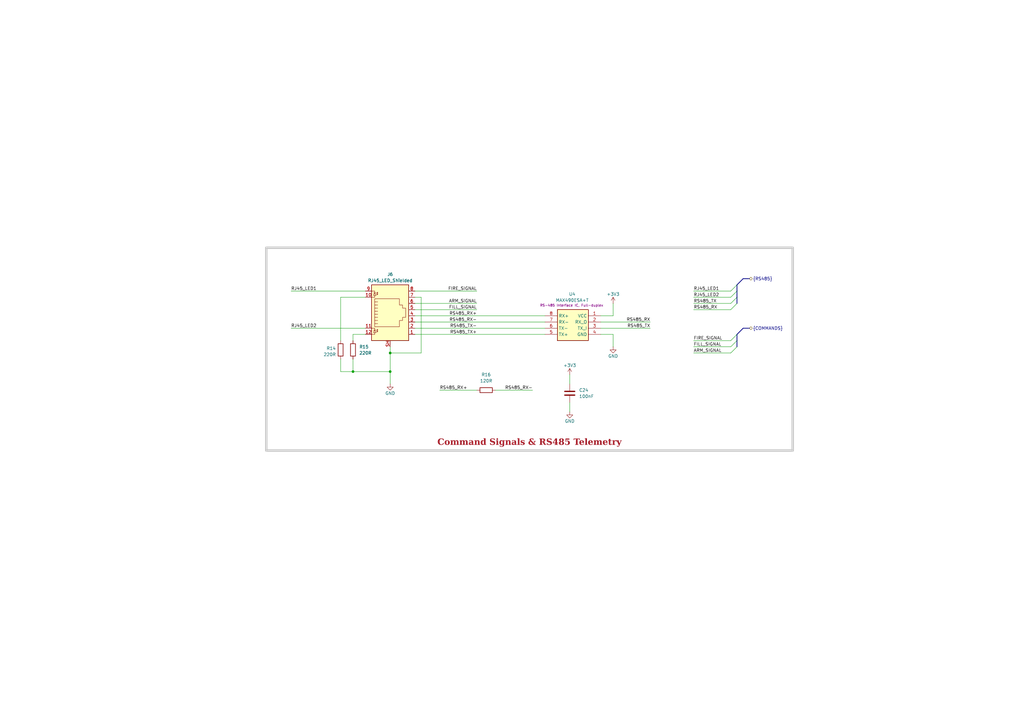
<source format=kicad_sch>
(kicad_sch (version 20250114) (generator "eeschema") (generator_version "9.0")
  (paper "A3")
  (title_block (title "Sheet Title A") (date "Last Modified Date") (rev "${REVISION}") (company "${COMPANY}"))
  (lib_symbols
    (symbol "0_Connectors:RJ45_LED_Shielded" (pin_names (offset 1.016))
      (property "Reference" "J" (at -15.24 21.59 0))
      (property "Value" "RJ45_LED_Shielded" (at -8.89 21.59 0))
      (symbol "RJ45_LED_Shielded_0_1"
        (polyline (pts (xy -17.78 17.78) (xy -16.51 17.78)))
        (polyline (pts (xy -17.78 15.24) (xy -16.51 15.24)))
        (polyline (pts (xy -17.78 2.54) (xy -16.51 2.54)))
        (polyline (pts (xy -17.78 0) (xy -16.51 0)))
        (polyline (pts (xy -17.018 17.018) (xy -16.002 17.018)))
        (polyline (pts (xy -17.018 1.778) (xy -16.002 1.778)))
        (polyline (pts (xy -16.51 17.78) (xy -16.51 17.018)))
        (polyline (pts (xy -16.51 17.018) (xy -17.018 16.002) (xy -16.002 16.002) (xy -16.51 17.018)))
        (polyline (pts (xy -16.51 15.24) (xy -16.51 16.002)))
        (polyline (pts (xy -16.51 9.525) (xy -15.24 9.525) (xy -15.24 9.525)))
        (polyline (pts (xy -16.51 8.255) (xy -15.24 8.255) (xy -15.24 8.255)))
        (polyline (pts (xy -16.51 6.985) (xy -15.24 6.985) (xy -15.24 6.985)))
        (polyline (pts (xy -16.51 5.715) (xy -15.24 5.715) (xy -15.24 5.715)))
        (polyline (pts (xy -16.51 4.445) (xy -15.24 4.445) (xy -15.24 4.445)))
        (polyline (pts (xy -16.51 3.175) (xy -16.51 14.605) (xy -6.35 14.605) (xy -6.35 12.065) (xy -5.08 12.065) (xy -5.08 10.795) (xy -3.81 10.795) (xy -3.81 6.985) (xy -5.08 6.985) (xy -5.08 5.715) (xy -6.35 5.715) (xy -6.35 3.175) (xy -16.51 3.175) (xy -16.51 3.175)))
        (polyline (pts (xy -16.51 2.54) (xy -16.51 1.778)))
        (polyline (pts (xy -16.51 1.778) (xy -17.018 0.762) (xy -16.002 0.762) (xy -16.51 1.778)))
        (polyline (pts (xy -16.51 0) (xy -16.51 0.762)))
        (polyline (pts (xy -15.748 16.764) (xy -15.24 17.272) (xy -15.621 17.145)))
        (polyline (pts (xy -15.748 16.129) (xy -15.24 16.637) (xy -15.621 16.51)))
        (polyline (pts (xy -15.748 1.524) (xy -15.24 2.032) (xy -15.621 1.905)))
        (polyline (pts (xy -15.748 0.889) (xy -15.24 1.397) (xy -15.621 1.27)))
        (polyline (pts (xy -15.24 17.272) (xy -15.367 16.891)))
        (polyline (pts (xy -15.24 16.637) (xy -15.367 16.256)))
        (polyline (pts (xy -15.24 13.335) (xy -16.51 13.335)))
        (polyline (pts (xy -15.24 12.065) (xy -16.51 12.065)))
        (polyline (pts (xy -15.24 10.795) (xy -16.51 10.795) (xy -16.51 10.795)))
        (polyline (pts (xy -15.24 2.032) (xy -15.367 1.651)))
        (polyline (pts (xy -15.24 1.397) (xy -15.367 1.016)))
        (rectangle (start -2.54 20.32) (end -17.78 -2.54) (stroke (width 0.254)) (fill (type background)))
      )
      (symbol "RJ45_LED_Shielded_1_1"
        (pin passive line (at -20.32 17.78 0) (length 2.54) (name "~") (number "9"))
        (pin passive line (at -20.32 15.24 0) (length 2.54) (name "~") (number "10"))
        (pin passive line (at -20.32 2.54 0) (length 2.54) (name "~") (number "11"))
        (pin passive line (at -20.32 0 0) (length 2.54) (name "~") (number "12"))
        (pin passive line (at -10.16 -5.08 90) (length 2.54) (name "~") (number "SH"))
        (pin passive line (at 0 17.78 180) (length 2.54) (name "~") (number "8"))
        (pin passive line (at 0 15.24 180) (length 2.54) (name "~") (number "7"))
        (pin passive line (at 0 12.7 180) (length 2.54) (name "~") (number "6"))
        (pin passive line (at 0 10.16 180) (length 2.54) (name "~") (number "5"))
        (pin passive line (at 0 7.62 180) (length 2.54) (name "~") (number "4"))
        (pin passive line (at 0 5.08 180) (length 2.54) (name "~") (number "3"))
        (pin passive line (at 0 2.54 180) (length 2.54) (name "~") (number "2"))
        (pin passive line (at 0 0 180) (length 2.54) (name "~") (number "1"))
      )
    )
    (symbol "0_Passives:C" (pin_numbers (hide yes)) (pin_names (offset 0.254))
      (property "Reference" "C" (at 0.635 8.255 0))
      (property "Value" "C" (at 0.635 5.715 0))
      (symbol "C_0_1"
        (polyline (pts (xy 3.048 -2.032) (xy 3.048 2.032)) (stroke (width 0.508)))
        (polyline (pts (xy 4.572 -2.032) (xy 4.572 2.032)) (stroke (width 0.508)))
      )
      (symbol "C_0_2"
        (polyline (pts (xy -2.54 -2.54) (xy -0.381 -0.381)))
        (polyline (pts (xy -0.508 -0.508) (xy -1.651 0.635)) (stroke (width 0.508)))
        (polyline (pts (xy -0.508 -0.508) (xy 0.635 -1.651)) (stroke (width 0.508)))
        (polyline (pts (xy 0.381 0.381) (xy 2.54 2.54)))
        (polyline (pts (xy 0.508 0.508) (xy -0.635 1.651)) (stroke (width 0.508)))
        (polyline (pts (xy 0.508 0.508) (xy 1.651 -0.635)) (stroke (width 0.508)))
      )
      (symbol "C_1_1"
        (pin passive line (at 0 0 0) (length 2.794) (name "~") (number "1"))
        (pin passive line (at 7.62 0 180) (length 2.794) (name "~") (number "2"))
      )
      (symbol "C_1_2"
        (pin passive line (at -2.54 -2.54 90) (length 0) (name "~") (number "2"))
        (pin passive line (at 2.54 2.54 270) (length 0) (name "~") (number "1"))
      )
    )
    (symbol "0_Passives:R" (pin_numbers (hide yes)) (pin_names (offset 0))
      (property "Reference" "R" (at 0 7.62 0))
      (property "Value" "R" (at 0 5.08 0))
      (symbol "R_0_1"
        (rectangle (start 1.27 -1.016) (end 6.35 1.016) (stroke (width 0.254)))
      )
      (symbol "R_0_2"
        (polyline (pts (xy -2.54 -2.54) (xy -1.524 -1.524)))
        (polyline (pts (xy 1.524 1.524) (xy 2.54 2.54)))
        (polyline (pts (xy 1.524 1.524) (xy 0.889 2.159) (xy -2.159 -0.889) (xy -0.889 -2.159) (xy 2.159 0.889) (xy 1.524 1.524)) (stroke (width 0.254)))
      )
      (symbol "R_1_1"
        (pin passive line (at 0 0 0) (length 1.27) (name "~") (number "1"))
        (pin passive line (at 7.62 0 180) (length 1.27) (name "~") (number "2"))
      )
      (symbol "R_1_2"
        (pin passive line (at -2.54 -2.54 0) (length 0) (name "") (number "2"))
        (pin passive line (at 2.54 2.54 180) (length 0) (name "") (number "1"))
      )
    )
    (symbol "0_Peripherals:MAX490ESA+T"
      (property "Reference" "U5" (at 11.684 9.652 0))
      (property "Value" "MAX490ESA+T" (at 11.684 7.112 0))
      (property "Description" "RS-485 Interface IC, Full-duplex" (at 11.938 4.318 0))
      (symbol "MAX490ESA+T_1_1"
        (rectangle (start 5.08 2.54) (end 17.78 -10.16) (stroke (width 0.254)) (fill (type background)))
        (pin passive line (at 0 0 0) (length 5.08) (name "VCC") (number "1"))
        (pin passive line (at 0 -2.54 0) (length 5.08) (name "RX_O") (number "2"))
        (pin passive line (at 0 -5.08 0) (length 5.08) (name "TX_I") (number "3"))
        (pin passive line (at 0 -7.62 0) (length 5.08) (name "GND") (number "4"))
        (pin passive line (at 22.86 0 180) (length 5.08) (name "RX+") (number "8"))
        (pin passive line (at 22.86 -2.54 180) (length 5.08) (name "RX-") (number "7"))
        (pin passive line (at 22.86 -5.08 180) (length 5.08) (name "TX-") (number "6"))
        (pin passive line (at 22.86 -7.62 180) (length 5.08) (name "TX+") (number "5"))
      )
    )
    (symbol "Library:+3V3" (power) (pin_numbers (hide yes)) (pin_names (offset 0) (hide yes))
      (property "Value" "+3V3" (at 0 3.556 0))
      (symbol "+3V3_0_1"
        (polyline (pts (xy -0.762 1.27) (xy 0 2.54)))
        (polyline (pts (xy 0 2.54) (xy 0.762 1.27)))
        (polyline (pts (xy 0 0) (xy 0 2.54)))
      )
      (symbol "+3V3_1_1"
        (pin power_in line (at 0 0 90) (length 0) (name "~") (number "1"))
      )
    )
    (symbol "Library:GND" (power) (pin_numbers (hide yes)) (pin_names (offset 0) (hide yes))
      (property "Value" "GND" (at 0 -3.81 0))
      (symbol "GND_0_1"
        (polyline (pts (xy 0 0) (xy 0 -1.27) (xy 1.27 -1.27) (xy 0 -2.54) (xy -1.27 -1.27) (xy 0 -1.27)))
      )
      (symbol "GND_1_1"
        (pin power_in line (at 0 0 270) (length 0) (name "~") (number "1"))
      )
    )
  )
  (rectangle (start 109.22 101.6) (end 325.12 184.785) (stroke (width 1) (color 200 200 200 1)))
  (text_box "Command Signals & RS485 Telemetry" (at 109.22 175.26 0) (size 215.9 9.525) (margins 1.9049 1.9049 1.9049 1.9049) (stroke (width -0.0001)) (effects (font (size 2.54 2.54) (thickness 0.508) (bold yes)) (justify bottom)))
  (junction (at 160.02 144.78))
  (junction (at 144.78 152.4))
  (junction (at 160.02 152.4))
  (bus_entry (at 299.72 121.92) (size 2.54 -2.54))
  (bus_entry (at 299.72 139.7) (size 2.54 -2.54))
  (bus_entry (at 299.72 144.78) (size 2.54 -2.54))
  (bus_entry (at 299.72 119.38) (size 2.54 -2.54))
  (bus_entry (at 299.72 124.46) (size 2.54 -2.54))
  (bus_entry (at 299.72 142.24) (size 2.54 -2.54))
  (bus_entry (at 299.72 127) (size 2.54 -2.54))
  (wire (pts (xy 246.38 132.08) (xy 266.7 132.08)))
  (wire (pts (xy 139.7 121.92) (xy 139.7 139.7)))
  (bus (pts (xy 302.26 139.7) (xy 302.26 142.24)))
  (bus (pts (xy 302.26 137.16) (xy 304.8 134.62)))
  (wire (pts (xy 139.7 147.32) (xy 139.7 152.4)))
  (bus (pts (xy 307.34 134.62) (xy 304.8 134.62)))
  (bus (pts (xy 307.34 114.3) (xy 304.8 114.3)))
  (wire (pts (xy 251.46 137.16) (xy 251.46 142.24)))
  (wire (pts (xy 299.72 119.38) (xy 284.48 119.38)))
  (wire (pts (xy 139.7 152.4) (xy 144.78 152.4)))
  (wire (pts (xy 170.18 137.16) (xy 223.52 137.16)))
  (bus (pts (xy 302.26 121.92) (xy 302.26 124.46)))
  (wire (pts (xy 170.18 121.92) (xy 172.72 121.92)))
  (wire (pts (xy 144.78 152.4) (xy 160.02 152.4)))
  (wire (pts (xy 170.18 134.62) (xy 223.52 134.62)))
  (wire (pts (xy 170.18 132.08) (xy 223.52 132.08)))
  (wire (pts (xy 299.72 121.92) (xy 284.48 121.92)))
  (wire (pts (xy 299.72 139.7) (xy 284.48 139.7)))
  (bus (pts (xy 302.26 137.16) (xy 302.26 139.7)))
  (wire (pts (xy 144.78 139.7) (xy 144.78 137.16)))
  (wire (pts (xy 246.38 134.62) (xy 266.7 134.62)))
  (wire (pts (xy 170.18 129.54) (xy 223.52 129.54)))
  (wire (pts (xy 299.72 142.24) (xy 284.48 142.24)))
  (wire (pts (xy 160.02 152.4) (xy 160.02 157.48)))
  (wire (pts (xy 299.72 127) (xy 284.48 127)))
  (wire (pts (xy 180.34 160.02) (xy 195.58 160.02)))
  (wire (pts (xy 119.38 119.38) (xy 149.86 119.38)))
  (wire (pts (xy 299.72 144.78) (xy 284.48 144.78)))
  (wire (pts (xy 119.38 134.62) (xy 149.86 134.62)))
  (wire (pts (xy 170.18 119.38) (xy 195.58 119.38)))
  (wire (pts (xy 195.58 127) (xy 170.18 127)))
  (wire (pts (xy 246.38 129.54) (xy 251.46 129.54)))
  (wire (pts (xy 246.38 137.16) (xy 251.46 137.16)))
  (wire (pts (xy 251.46 129.54) (xy 251.46 124.46)))
  (wire (pts (xy 233.68 165.1) (xy 233.68 168.91)))
  (wire (pts (xy 203.2 160.02) (xy 218.44 160.02)))
  (wire (pts (xy 233.68 153.67) (xy 233.68 157.48)))
  (wire (pts (xy 172.72 144.78) (xy 160.02 144.78)))
  (wire (pts (xy 160.02 142.24) (xy 160.02 144.78)))
  (wire (pts (xy 160.02 144.78) (xy 160.02 152.4)))
  (wire (pts (xy 144.78 147.32) (xy 144.78 152.4)))
  (bus (pts (xy 302.26 119.38) (xy 302.26 121.92)))
  (wire (pts (xy 139.7 121.92) (xy 149.86 121.92)))
  (bus (pts (xy 302.26 116.84) (xy 304.8 114.3)))
  (bus (pts (xy 302.26 116.84) (xy 302.26 119.38)))
  (wire (pts (xy 144.78 137.16) (xy 149.86 137.16)))
  (wire (pts (xy 195.58 124.46) (xy 170.18 124.46)))
  (wire (pts (xy 299.72 124.46) (xy 284.48 124.46)))
  (wire (pts (xy 172.72 121.92) (xy 172.72 144.78)))
  (label "RS485_TX" (at 284.48 124.46 0))
  (label "FILL_SIGNAL" (at 284.48 142.24 0))
  (label "RJ45_LED1" (at 284.48 119.38 0))
  (label "RS485_TX-" (at 195.58 134.62 180))
  (label "RS485_TX" (at 266.7 134.62 180))
  (label "RS485_RX-" (at 218.44 160.02 180))
  (label "RS485_TX+" (at 195.58 137.16 180))
  (label "RJ45_LED2" (at 119.38 134.62 0))
  (label "RJ45_LED2" (at 284.48 121.92 0))
  (label "FIRE_SIGNAL" (at 284.48 139.7 0))
  (label "RS485_RX" (at 284.48 127 0))
  (label "RS485_RX+" (at 195.58 129.54 180))
  (label "FIRE_SIGNAL" (at 195.58 119.38 180))
  (label "RJ45_LED1" (at 119.38 119.38 0))
  (label "RS485_RX-" (at 195.58 132.08 180))
  (label "FILL_SIGNAL" (at 195.58 127 180))
  (label "RS485_RX+" (at 180.34 160.02 0))
  (label "ARM_SIGNAL" (at 284.48 144.78 0))
  (label "RS485_RX" (at 266.7 132.08 180))
  (label "ARM_SIGNAL" (at 195.58 124.46 180))
  (hierarchical_label "{COMMANDS}" (shape bidirectional) (at 307.34 134.62 0))
  (hierarchical_label "{RS485}" (shape bidirectional) (at 307.34 114.3 0))
  (symbol (lib_id "0_Passives:R") (at 195.58 160.02 0) (mirror x) (unit 1)
    (property "Reference" "R16" (at 199.39 153.67 0))
    (property "Value" "120R" (at 199.39 156.21 0))
    (property "Footprint" "0_Resistors:R_0603_1608_DensityHigh" (effects (hide yes)))
    (property "Description" "SMD 0402 Chip Resistor, European Symbol, Alternate KiCad Library" (effects (hide yes)))
  )
  (symbol (lib_id "0_Peripherals:MAX490ESA+T") (at 246.38 129.54 0) (mirror y) (unit 1)
    (property "Reference" "U4" (at 234.696 119.888 0) (effects (justify top)))
    (property "Value" "MAX490ESA+T" (at 234.696 122.428 0) (effects (justify top)))
    (property "Footprint" "0_Sensors:SOIC-8_3.9x4.9mm_P1.27mm" (effects (hide yes)))
    (property "Datasheet" "https://datasheets.maximintegrated.com/en/ds/MAX1487-MAX491.pdf" (effects (hide yes)))
    (property "Description" "RS-485 Interface IC, Full-duplex" (at 234.442 125.222 0) (effects (font (size 1 1))))
    (property "MPN" "MAX490ESA+T" (effects (hide yes)))
    (property "Supplier Link" "https://uk.farnell.com/analog-devices/max490esa-t/slew-rate-limited-rs-485-rs-422/dp/3596311" (effects (hide yes)))
  )
  (symbol (lib_id "Library:+3V3") (at 251.46 124.46 0) (mirror y) (unit 1)
    (property "Reference" "#PWR01001" (effects (hide yes)))
    (property "Value" "+3V3" (at 251.46 120.65 0))
    (property "Description" "Power symbol creates a global label with name \"+3V3\"" (effects (hide yes)))
  )
  (symbol (lib_id "0_Passives:R") (at 139.7 139.7 270) (unit 1)
    (property "Reference" "R14" (at 137.795 142.875 90) (effects (justify right)))
    (property "Value" "220R" (at 137.795 145.415 90) (effects (justify right)))
    (property "Footprint" "0_Resistors:R_0603_1608_DensityHigh" (effects (hide yes)))
    (property "Description" "SMD 0402 Chip Resistor, European Symbol, Alternate KiCad Library" (effects (hide yes)))
  )
  (symbol (lib_id "0_Passives:R") (at 144.78 147.32 270) (mirror x) (unit 1)
    (property "Reference" "R15" (at 147.32 142.24 90) (effects (justify left)))
    (property "Value" "220R" (at 147.32 144.78 90) (effects (justify left)))
    (property "Footprint" "0_Resistors:R_0603_1608_DensityHigh" (effects (hide yes)))
    (property "Description" "SMD 0402 Chip Resistor, European Symbol, Alternate KiCad Library" (effects (hide yes)))
  )
  (symbol (lib_id "Library:+3V3") (at 233.68 153.67 0) (mirror y) (unit 1)
    (property "Reference" "#PWR01003" (effects (hide yes)))
    (property "Value" "+3V3" (at 233.68 149.86 0))
    (property "Description" "Power symbol creates a global label with name \"+3V3\"" (effects (hide yes)))
  )
  (symbol (lib_id "Library:GND") (at 251.46 142.24 0) (mirror y) (unit 1)
    (property "Reference" "#PWR01002" (effects (hide yes)))
    (property "Value" "GND" (at 251.46 146.05 0))
    (property "Description" "Power symbol creates a global label with name \"GND\" , ground" (effects (hide yes)))
  )
  (symbol (lib_id "Library:GND") (at 233.68 168.91 0) (mirror y) (unit 1)
    (property "Reference" "#PWR01005" (effects (hide yes)))
    (property "Value" "GND" (at 233.68 172.72 0))
    (property "Description" "Power symbol creates a global label with name \"GND\" , ground" (effects (hide yes)))
  )
  (symbol (lib_id "0_Connectors:RJ45_LED_Shielded") (at 170.18 137.16 0) (unit 1)
    (property "Reference" "J6" (at 160.02 112.522 0))
    (property "Value" "RJ45_LED_Shielded" (at 160.02 115.062 0))
    (property "Footprint" "0_Connectors:RJ45_56L-88112011" (effects (hide yes)))
    (property "Description" "RJ connector, 8P8C (8 positions 8 connected), two LEDs, Shielded" (effects (hide yes)))
  )
  (symbol (lib_id "Library:GND") (at 160.02 157.48 0) (unit 1)
    (property "Reference" "#PWR01004" (effects (hide yes)))
    (property "Value" "GND" (at 160.02 161.29 0))
    (property "Description" "Power symbol creates a global label with name \"GND\" , ground" (effects (hide yes)))
  )
  (symbol (lib_id "0_Passives:C") (at 233.68 165.1 270) (mirror x) (unit 1)
    (property "Reference" "C24" (at 237.49 160.02 90) (effects (justify left)))
    (property "Value" "100nF" (at 237.49 162.56 90) (effects (justify left)))
    (property "Footprint" "0_Capacitors:C_0603_1608_DensityHigh" (effects (hide yes)))
    (property "Description" "SMD 0402 MLCC capacitor, Alternate KiCad Library" (effects (hide yes)))
  )
)
</source>
